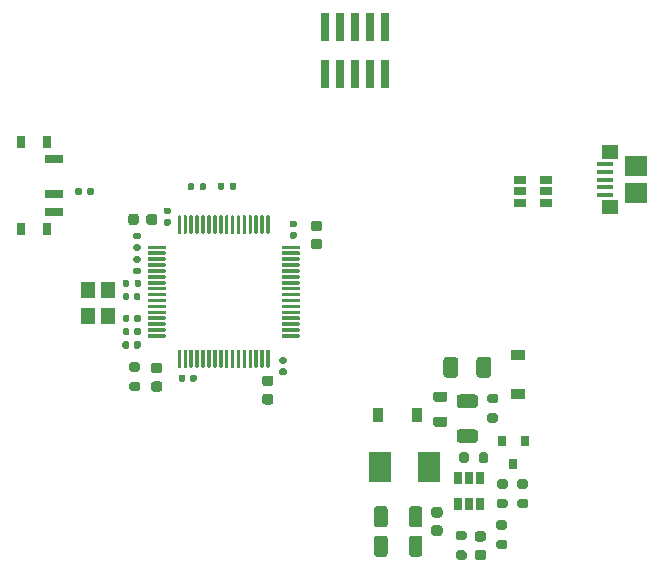
<source format=gbr>
%TF.GenerationSoftware,KiCad,Pcbnew,5.1.10-88a1d61d58~90~ubuntu20.04.1*%
%TF.CreationDate,2021-12-12T00:04:41-03:00*%
%TF.ProjectId,kicadproj,6b696361-6470-4726-9f6a-2e6b69636164,rev?*%
%TF.SameCoordinates,Original*%
%TF.FileFunction,Paste,Top*%
%TF.FilePolarity,Positive*%
%FSLAX46Y46*%
G04 Gerber Fmt 4.6, Leading zero omitted, Abs format (unit mm)*
G04 Created by KiCad (PCBNEW 5.1.10-88a1d61d58~90~ubuntu20.04.1) date 2021-12-12 00:04:41*
%MOMM*%
%LPD*%
G01*
G04 APERTURE LIST*
%ADD10R,0.740000X2.400000*%
%ADD11R,1.200000X0.900000*%
%ADD12R,0.900000X1.200000*%
%ADD13R,1.450000X1.150000*%
%ADD14R,1.900000X1.750000*%
%ADD15R,1.400000X0.400000*%
%ADD16R,1.900000X2.500000*%
%ADD17R,0.800000X0.900000*%
%ADD18R,1.500000X0.700000*%
%ADD19R,0.800000X1.000000*%
%ADD20R,0.650000X1.060000*%
%ADD21R,1.060000X0.650000*%
%ADD22R,1.200000X1.400000*%
G04 APERTURE END LIST*
D10*
%TO.C,J3*%
X162360000Y-97525000D03*
X162360000Y-93625000D03*
X163630000Y-97525000D03*
X163630000Y-93625000D03*
X164900000Y-97525000D03*
X164900000Y-93625000D03*
X166170000Y-97525000D03*
X166170000Y-93625000D03*
X167440000Y-97525000D03*
X167440000Y-93625000D03*
%TD*%
%TO.C,C1*%
G36*
G01*
X148127020Y-109633460D02*
X148127020Y-110133460D01*
G75*
G02*
X147902020Y-110358460I-225000J0D01*
G01*
X147452020Y-110358460D01*
G75*
G02*
X147227020Y-110133460I0J225000D01*
G01*
X147227020Y-109633460D01*
G75*
G02*
X147452020Y-109408460I225000J0D01*
G01*
X147902020Y-109408460D01*
G75*
G02*
X148127020Y-109633460I0J-225000D01*
G01*
G37*
G36*
G01*
X146577020Y-109633460D02*
X146577020Y-110133460D01*
G75*
G02*
X146352020Y-110358460I-225000J0D01*
G01*
X145902020Y-110358460D01*
G75*
G02*
X145677020Y-110133460I0J225000D01*
G01*
X145677020Y-109633460D01*
G75*
G02*
X145902020Y-109408460I225000J0D01*
G01*
X146352020Y-109408460D01*
G75*
G02*
X146577020Y-109633460I0J-225000D01*
G01*
G37*
%TD*%
%TO.C,C2*%
G36*
G01*
X157250000Y-124650000D02*
X157750000Y-124650000D01*
G75*
G02*
X157975000Y-124875000I0J-225000D01*
G01*
X157975000Y-125325000D01*
G75*
G02*
X157750000Y-125550000I-225000J0D01*
G01*
X157250000Y-125550000D01*
G75*
G02*
X157025000Y-125325000I0J225000D01*
G01*
X157025000Y-124875000D01*
G75*
G02*
X157250000Y-124650000I225000J0D01*
G01*
G37*
G36*
G01*
X157250000Y-123100000D02*
X157750000Y-123100000D01*
G75*
G02*
X157975000Y-123325000I0J-225000D01*
G01*
X157975000Y-123775000D01*
G75*
G02*
X157750000Y-124000000I-225000J0D01*
G01*
X157250000Y-124000000D01*
G75*
G02*
X157025000Y-123775000I0J225000D01*
G01*
X157025000Y-123325000D01*
G75*
G02*
X157250000Y-123100000I225000J0D01*
G01*
G37*
%TD*%
%TO.C,C3*%
G36*
G01*
X149172600Y-110394540D02*
X148832600Y-110394540D01*
G75*
G02*
X148692600Y-110254540I0J140000D01*
G01*
X148692600Y-109974540D01*
G75*
G02*
X148832600Y-109834540I140000J0D01*
G01*
X149172600Y-109834540D01*
G75*
G02*
X149312600Y-109974540I0J-140000D01*
G01*
X149312600Y-110254540D01*
G75*
G02*
X149172600Y-110394540I-140000J0D01*
G01*
G37*
G36*
G01*
X149172600Y-109434540D02*
X148832600Y-109434540D01*
G75*
G02*
X148692600Y-109294540I0J140000D01*
G01*
X148692600Y-109014540D01*
G75*
G02*
X148832600Y-108874540I140000J0D01*
G01*
X149172600Y-108874540D01*
G75*
G02*
X149312600Y-109014540I0J-140000D01*
G01*
X149312600Y-109294540D01*
G75*
G02*
X149172600Y-109434540I-140000J0D01*
G01*
G37*
%TD*%
%TO.C,C4*%
G36*
G01*
X161875000Y-112425000D02*
X161375000Y-112425000D01*
G75*
G02*
X161150000Y-112200000I0J225000D01*
G01*
X161150000Y-111750000D01*
G75*
G02*
X161375000Y-111525000I225000J0D01*
G01*
X161875000Y-111525000D01*
G75*
G02*
X162100000Y-111750000I0J-225000D01*
G01*
X162100000Y-112200000D01*
G75*
G02*
X161875000Y-112425000I-225000J0D01*
G01*
G37*
G36*
G01*
X161875000Y-110875000D02*
X161375000Y-110875000D01*
G75*
G02*
X161150000Y-110650000I0J225000D01*
G01*
X161150000Y-110200000D01*
G75*
G02*
X161375000Y-109975000I225000J0D01*
G01*
X161875000Y-109975000D01*
G75*
G02*
X162100000Y-110200000I0J-225000D01*
G01*
X162100000Y-110650000D01*
G75*
G02*
X161875000Y-110875000I-225000J0D01*
G01*
G37*
%TD*%
%TO.C,C5*%
G36*
G01*
X150525000Y-123155000D02*
X150525000Y-123495000D01*
G75*
G02*
X150385000Y-123635000I-140000J0D01*
G01*
X150105000Y-123635000D01*
G75*
G02*
X149965000Y-123495000I0J140000D01*
G01*
X149965000Y-123155000D01*
G75*
G02*
X150105000Y-123015000I140000J0D01*
G01*
X150385000Y-123015000D01*
G75*
G02*
X150525000Y-123155000I0J-140000D01*
G01*
G37*
G36*
G01*
X151485000Y-123155000D02*
X151485000Y-123495000D01*
G75*
G02*
X151345000Y-123635000I-140000J0D01*
G01*
X151065000Y-123635000D01*
G75*
G02*
X150925000Y-123495000I0J140000D01*
G01*
X150925000Y-123155000D01*
G75*
G02*
X151065000Y-123015000I140000J0D01*
G01*
X151345000Y-123015000D01*
G75*
G02*
X151485000Y-123155000I0J-140000D01*
G01*
G37*
%TD*%
%TO.C,C6*%
G36*
G01*
X146607200Y-112533220D02*
X146267200Y-112533220D01*
G75*
G02*
X146127200Y-112393220I0J140000D01*
G01*
X146127200Y-112113220D01*
G75*
G02*
X146267200Y-111973220I140000J0D01*
G01*
X146607200Y-111973220D01*
G75*
G02*
X146747200Y-112113220I0J-140000D01*
G01*
X146747200Y-112393220D01*
G75*
G02*
X146607200Y-112533220I-140000J0D01*
G01*
G37*
G36*
G01*
X146607200Y-111573220D02*
X146267200Y-111573220D01*
G75*
G02*
X146127200Y-111433220I0J140000D01*
G01*
X146127200Y-111153220D01*
G75*
G02*
X146267200Y-111013220I140000J0D01*
G01*
X146607200Y-111013220D01*
G75*
G02*
X146747200Y-111153220I0J-140000D01*
G01*
X146747200Y-111433220D01*
G75*
G02*
X146607200Y-111573220I-140000J0D01*
G01*
G37*
%TD*%
%TO.C,C7*%
G36*
G01*
X175050001Y-128800000D02*
X173749999Y-128800000D01*
G75*
G02*
X173500000Y-128550001I0J249999D01*
G01*
X173500000Y-127899999D01*
G75*
G02*
X173749999Y-127650000I249999J0D01*
G01*
X175050001Y-127650000D01*
G75*
G02*
X175300000Y-127899999I0J-249999D01*
G01*
X175300000Y-128550001D01*
G75*
G02*
X175050001Y-128800000I-249999J0D01*
G01*
G37*
G36*
G01*
X175050001Y-125850000D02*
X173749999Y-125850000D01*
G75*
G02*
X173500000Y-125600001I0J249999D01*
G01*
X173500000Y-124949999D01*
G75*
G02*
X173749999Y-124700000I249999J0D01*
G01*
X175050001Y-124700000D01*
G75*
G02*
X175300000Y-124949999I0J-249999D01*
G01*
X175300000Y-125600001D01*
G75*
G02*
X175050001Y-125850000I-249999J0D01*
G01*
G37*
%TD*%
%TO.C,C8*%
G36*
G01*
X158630000Y-122500000D02*
X158970000Y-122500000D01*
G75*
G02*
X159110000Y-122640000I0J-140000D01*
G01*
X159110000Y-122920000D01*
G75*
G02*
X158970000Y-123060000I-140000J0D01*
G01*
X158630000Y-123060000D01*
G75*
G02*
X158490000Y-122920000I0J140000D01*
G01*
X158490000Y-122640000D01*
G75*
G02*
X158630000Y-122500000I140000J0D01*
G01*
G37*
G36*
G01*
X158630000Y-121540000D02*
X158970000Y-121540000D01*
G75*
G02*
X159110000Y-121680000I0J-140000D01*
G01*
X159110000Y-121960000D01*
G75*
G02*
X158970000Y-122100000I-140000J0D01*
G01*
X158630000Y-122100000D01*
G75*
G02*
X158490000Y-121960000I0J140000D01*
G01*
X158490000Y-121680000D01*
G75*
G02*
X158630000Y-121540000I140000J0D01*
G01*
G37*
%TD*%
%TO.C,C9*%
G36*
G01*
X159830440Y-111509600D02*
X159490440Y-111509600D01*
G75*
G02*
X159350440Y-111369600I0J140000D01*
G01*
X159350440Y-111089600D01*
G75*
G02*
X159490440Y-110949600I140000J0D01*
G01*
X159830440Y-110949600D01*
G75*
G02*
X159970440Y-111089600I0J-140000D01*
G01*
X159970440Y-111369600D01*
G75*
G02*
X159830440Y-111509600I-140000J0D01*
G01*
G37*
G36*
G01*
X159830440Y-110549600D02*
X159490440Y-110549600D01*
G75*
G02*
X159350440Y-110409600I0J140000D01*
G01*
X159350440Y-110129600D01*
G75*
G02*
X159490440Y-109989600I140000J0D01*
G01*
X159830440Y-109989600D01*
G75*
G02*
X159970440Y-110129600I0J-140000D01*
G01*
X159970440Y-110409600D01*
G75*
G02*
X159830440Y-110549600I-140000J0D01*
G01*
G37*
%TD*%
%TO.C,C10*%
G36*
G01*
X146755240Y-119207980D02*
X146755240Y-119547980D01*
G75*
G02*
X146615240Y-119687980I-140000J0D01*
G01*
X146335240Y-119687980D01*
G75*
G02*
X146195240Y-119547980I0J140000D01*
G01*
X146195240Y-119207980D01*
G75*
G02*
X146335240Y-119067980I140000J0D01*
G01*
X146615240Y-119067980D01*
G75*
G02*
X146755240Y-119207980I0J-140000D01*
G01*
G37*
G36*
G01*
X145795240Y-119207980D02*
X145795240Y-119547980D01*
G75*
G02*
X145655240Y-119687980I-140000J0D01*
G01*
X145375240Y-119687980D01*
G75*
G02*
X145235240Y-119547980I0J140000D01*
G01*
X145235240Y-119207980D01*
G75*
G02*
X145375240Y-119067980I140000J0D01*
G01*
X145655240Y-119067980D01*
G75*
G02*
X145795240Y-119207980I0J-140000D01*
G01*
G37*
%TD*%
%TO.C,C11*%
G36*
G01*
X145795240Y-118072600D02*
X145795240Y-118412600D01*
G75*
G02*
X145655240Y-118552600I-140000J0D01*
G01*
X145375240Y-118552600D01*
G75*
G02*
X145235240Y-118412600I0J140000D01*
G01*
X145235240Y-118072600D01*
G75*
G02*
X145375240Y-117932600I140000J0D01*
G01*
X145655240Y-117932600D01*
G75*
G02*
X145795240Y-118072600I0J-140000D01*
G01*
G37*
G36*
G01*
X146755240Y-118072600D02*
X146755240Y-118412600D01*
G75*
G02*
X146615240Y-118552600I-140000J0D01*
G01*
X146335240Y-118552600D01*
G75*
G02*
X146195240Y-118412600I0J140000D01*
G01*
X146195240Y-118072600D01*
G75*
G02*
X146335240Y-117932600I140000J0D01*
G01*
X146615240Y-117932600D01*
G75*
G02*
X146755240Y-118072600I0J-140000D01*
G01*
G37*
%TD*%
%TO.C,C12*%
G36*
G01*
X171575000Y-135775000D02*
X172075000Y-135775000D01*
G75*
G02*
X172300000Y-136000000I0J-225000D01*
G01*
X172300000Y-136450000D01*
G75*
G02*
X172075000Y-136675000I-225000J0D01*
G01*
X171575000Y-136675000D01*
G75*
G02*
X171350000Y-136450000I0J225000D01*
G01*
X171350000Y-136000000D01*
G75*
G02*
X171575000Y-135775000I225000J0D01*
G01*
G37*
G36*
G01*
X171575000Y-134225000D02*
X172075000Y-134225000D01*
G75*
G02*
X172300000Y-134450000I0J-225000D01*
G01*
X172300000Y-134900000D01*
G75*
G02*
X172075000Y-135125000I-225000J0D01*
G01*
X171575000Y-135125000D01*
G75*
G02*
X171350000Y-134900000I0J225000D01*
G01*
X171350000Y-134450000D01*
G75*
G02*
X171575000Y-134225000I225000J0D01*
G01*
G37*
%TD*%
%TO.C,C13*%
G36*
G01*
X146604660Y-114524580D02*
X146264660Y-114524580D01*
G75*
G02*
X146124660Y-114384580I0J140000D01*
G01*
X146124660Y-114104580D01*
G75*
G02*
X146264660Y-113964580I140000J0D01*
G01*
X146604660Y-113964580D01*
G75*
G02*
X146744660Y-114104580I0J-140000D01*
G01*
X146744660Y-114384580D01*
G75*
G02*
X146604660Y-114524580I-140000J0D01*
G01*
G37*
G36*
G01*
X146604660Y-113564580D02*
X146264660Y-113564580D01*
G75*
G02*
X146124660Y-113424580I0J140000D01*
G01*
X146124660Y-113144580D01*
G75*
G02*
X146264660Y-113004580I140000J0D01*
G01*
X146604660Y-113004580D01*
G75*
G02*
X146744660Y-113144580I0J-140000D01*
G01*
X146744660Y-113424580D01*
G75*
G02*
X146604660Y-113564580I-140000J0D01*
G01*
G37*
%TD*%
%TO.C,C14*%
G36*
G01*
X166500000Y-135700001D02*
X166500000Y-134399999D01*
G75*
G02*
X166749999Y-134150000I249999J0D01*
G01*
X167400001Y-134150000D01*
G75*
G02*
X167650000Y-134399999I0J-249999D01*
G01*
X167650000Y-135700001D01*
G75*
G02*
X167400001Y-135950000I-249999J0D01*
G01*
X166749999Y-135950000D01*
G75*
G02*
X166500000Y-135700001I0J249999D01*
G01*
G37*
G36*
G01*
X169450000Y-135700001D02*
X169450000Y-134399999D01*
G75*
G02*
X169699999Y-134150000I249999J0D01*
G01*
X170350001Y-134150000D01*
G75*
G02*
X170600000Y-134399999I0J-249999D01*
G01*
X170600000Y-135700001D01*
G75*
G02*
X170350001Y-135950000I-249999J0D01*
G01*
X169699999Y-135950000D01*
G75*
G02*
X169450000Y-135700001I0J249999D01*
G01*
G37*
%TD*%
%TO.C,C15*%
G36*
G01*
X146167300Y-116576180D02*
X146167300Y-116236180D01*
G75*
G02*
X146307300Y-116096180I140000J0D01*
G01*
X146587300Y-116096180D01*
G75*
G02*
X146727300Y-116236180I0J-140000D01*
G01*
X146727300Y-116576180D01*
G75*
G02*
X146587300Y-116716180I-140000J0D01*
G01*
X146307300Y-116716180D01*
G75*
G02*
X146167300Y-116576180I0J140000D01*
G01*
G37*
G36*
G01*
X145207300Y-116576180D02*
X145207300Y-116236180D01*
G75*
G02*
X145347300Y-116096180I140000J0D01*
G01*
X145627300Y-116096180D01*
G75*
G02*
X145767300Y-116236180I0J-140000D01*
G01*
X145767300Y-116576180D01*
G75*
G02*
X145627300Y-116716180I-140000J0D01*
G01*
X145347300Y-116716180D01*
G75*
G02*
X145207300Y-116576180I0J140000D01*
G01*
G37*
%TD*%
%TO.C,C16*%
G36*
G01*
X169450000Y-138200001D02*
X169450000Y-136899999D01*
G75*
G02*
X169699999Y-136650000I249999J0D01*
G01*
X170350001Y-136650000D01*
G75*
G02*
X170600000Y-136899999I0J-249999D01*
G01*
X170600000Y-138200001D01*
G75*
G02*
X170350001Y-138450000I-249999J0D01*
G01*
X169699999Y-138450000D01*
G75*
G02*
X169450000Y-138200001I0J249999D01*
G01*
G37*
G36*
G01*
X166500000Y-138200001D02*
X166500000Y-136899999D01*
G75*
G02*
X166749999Y-136650000I249999J0D01*
G01*
X167400001Y-136650000D01*
G75*
G02*
X167650000Y-136899999I0J-249999D01*
G01*
X167650000Y-138200001D01*
G75*
G02*
X167400001Y-138450000I-249999J0D01*
G01*
X166749999Y-138450000D01*
G75*
G02*
X166500000Y-138200001I0J249999D01*
G01*
G37*
%TD*%
D11*
%TO.C,D1*%
X178650000Y-124650000D03*
X178650000Y-121350000D03*
%TD*%
D12*
%TO.C,D2*%
X170150000Y-126450000D03*
X166850000Y-126450000D03*
%TD*%
%TO.C,D3*%
G36*
G01*
X148349530Y-124473940D02*
X147837030Y-124473940D01*
G75*
G02*
X147618280Y-124255190I0J218750D01*
G01*
X147618280Y-123817690D01*
G75*
G02*
X147837030Y-123598940I218750J0D01*
G01*
X148349530Y-123598940D01*
G75*
G02*
X148568280Y-123817690I0J-218750D01*
G01*
X148568280Y-124255190D01*
G75*
G02*
X148349530Y-124473940I-218750J0D01*
G01*
G37*
G36*
G01*
X148349530Y-122898940D02*
X147837030Y-122898940D01*
G75*
G02*
X147618280Y-122680190I0J218750D01*
G01*
X147618280Y-122242690D01*
G75*
G02*
X147837030Y-122023940I218750J0D01*
G01*
X148349530Y-122023940D01*
G75*
G02*
X148568280Y-122242690I0J-218750D01*
G01*
X148568280Y-122680190D01*
G75*
G02*
X148349530Y-122898940I-218750J0D01*
G01*
G37*
%TD*%
%TO.C,D4*%
G36*
G01*
X175243750Y-137850000D02*
X175756250Y-137850000D01*
G75*
G02*
X175975000Y-138068750I0J-218750D01*
G01*
X175975000Y-138506250D01*
G75*
G02*
X175756250Y-138725000I-218750J0D01*
G01*
X175243750Y-138725000D01*
G75*
G02*
X175025000Y-138506250I0J218750D01*
G01*
X175025000Y-138068750D01*
G75*
G02*
X175243750Y-137850000I218750J0D01*
G01*
G37*
G36*
G01*
X175243750Y-136275000D02*
X175756250Y-136275000D01*
G75*
G02*
X175975000Y-136493750I0J-218750D01*
G01*
X175975000Y-136931250D01*
G75*
G02*
X175756250Y-137150000I-218750J0D01*
G01*
X175243750Y-137150000D01*
G75*
G02*
X175025000Y-136931250I0J218750D01*
G01*
X175025000Y-136493750D01*
G75*
G02*
X175243750Y-136275000I218750J0D01*
G01*
G37*
%TD*%
%TO.C,F1*%
G36*
G01*
X172375000Y-123025000D02*
X172375000Y-121775000D01*
G75*
G02*
X172625000Y-121525000I250000J0D01*
G01*
X173375000Y-121525000D01*
G75*
G02*
X173625000Y-121775000I0J-250000D01*
G01*
X173625000Y-123025000D01*
G75*
G02*
X173375000Y-123275000I-250000J0D01*
G01*
X172625000Y-123275000D01*
G75*
G02*
X172375000Y-123025000I0J250000D01*
G01*
G37*
G36*
G01*
X175175000Y-123025000D02*
X175175000Y-121775000D01*
G75*
G02*
X175425000Y-121525000I250000J0D01*
G01*
X176175000Y-121525000D01*
G75*
G02*
X176425000Y-121775000I0J-250000D01*
G01*
X176425000Y-123025000D01*
G75*
G02*
X176175000Y-123275000I-250000J0D01*
G01*
X175425000Y-123275000D01*
G75*
G02*
X175175000Y-123025000I0J250000D01*
G01*
G37*
%TD*%
%TO.C,FB1*%
G36*
G01*
X172481250Y-125325000D02*
X171718750Y-125325000D01*
G75*
G02*
X171500000Y-125106250I0J218750D01*
G01*
X171500000Y-124668750D01*
G75*
G02*
X171718750Y-124450000I218750J0D01*
G01*
X172481250Y-124450000D01*
G75*
G02*
X172700000Y-124668750I0J-218750D01*
G01*
X172700000Y-125106250D01*
G75*
G02*
X172481250Y-125325000I-218750J0D01*
G01*
G37*
G36*
G01*
X172481250Y-127450000D02*
X171718750Y-127450000D01*
G75*
G02*
X171500000Y-127231250I0J218750D01*
G01*
X171500000Y-126793750D01*
G75*
G02*
X171718750Y-126575000I218750J0D01*
G01*
X172481250Y-126575000D01*
G75*
G02*
X172700000Y-126793750I0J-218750D01*
G01*
X172700000Y-127231250D01*
G75*
G02*
X172481250Y-127450000I-218750J0D01*
G01*
G37*
%TD*%
D13*
%TO.C,J5*%
X186470000Y-108820000D03*
X186470000Y-104180000D03*
D14*
X188700000Y-107625000D03*
D15*
X186050000Y-106500000D03*
X186050000Y-105850000D03*
X186050000Y-105200000D03*
X186050000Y-107800000D03*
X186050000Y-107150000D03*
D14*
X188700000Y-105375000D03*
%TD*%
%TO.C,L1*%
G36*
G01*
X146760000Y-120328160D02*
X146760000Y-120673160D01*
G75*
G02*
X146612500Y-120820660I-147500J0D01*
G01*
X146317500Y-120820660D01*
G75*
G02*
X146170000Y-120673160I0J147500D01*
G01*
X146170000Y-120328160D01*
G75*
G02*
X146317500Y-120180660I147500J0D01*
G01*
X146612500Y-120180660D01*
G75*
G02*
X146760000Y-120328160I0J-147500D01*
G01*
G37*
G36*
G01*
X145790000Y-120328160D02*
X145790000Y-120673160D01*
G75*
G02*
X145642500Y-120820660I-147500J0D01*
G01*
X145347500Y-120820660D01*
G75*
G02*
X145200000Y-120673160I0J147500D01*
G01*
X145200000Y-120328160D01*
G75*
G02*
X145347500Y-120180660I147500J0D01*
G01*
X145642500Y-120180660D01*
G75*
G02*
X145790000Y-120328160I0J-147500D01*
G01*
G37*
%TD*%
D16*
%TO.C,L2*%
X171141100Y-130800000D03*
X167041100Y-130800000D03*
%TD*%
D17*
%TO.C,Q1*%
X179250000Y-128600000D03*
X177350000Y-128600000D03*
X178300000Y-130600000D03*
%TD*%
%TO.C,R1*%
G36*
G01*
X174525000Y-129775000D02*
X174525000Y-130325000D01*
G75*
G02*
X174325000Y-130525000I-200000J0D01*
G01*
X173925000Y-130525000D01*
G75*
G02*
X173725000Y-130325000I0J200000D01*
G01*
X173725000Y-129775000D01*
G75*
G02*
X173925000Y-129575000I200000J0D01*
G01*
X174325000Y-129575000D01*
G75*
G02*
X174525000Y-129775000I0J-200000D01*
G01*
G37*
G36*
G01*
X176175000Y-129775000D02*
X176175000Y-130325000D01*
G75*
G02*
X175975000Y-130525000I-200000J0D01*
G01*
X175575000Y-130525000D01*
G75*
G02*
X175375000Y-130325000I0J200000D01*
G01*
X175375000Y-129775000D01*
G75*
G02*
X175575000Y-129575000I200000J0D01*
G01*
X175975000Y-129575000D01*
G75*
G02*
X176175000Y-129775000I0J-200000D01*
G01*
G37*
%TD*%
%TO.C,R2*%
G36*
G01*
X176275000Y-124625000D02*
X176825000Y-124625000D01*
G75*
G02*
X177025000Y-124825000I0J-200000D01*
G01*
X177025000Y-125225000D01*
G75*
G02*
X176825000Y-125425000I-200000J0D01*
G01*
X176275000Y-125425000D01*
G75*
G02*
X176075000Y-125225000I0J200000D01*
G01*
X176075000Y-124825000D01*
G75*
G02*
X176275000Y-124625000I200000J0D01*
G01*
G37*
G36*
G01*
X176275000Y-126275000D02*
X176825000Y-126275000D01*
G75*
G02*
X177025000Y-126475000I0J-200000D01*
G01*
X177025000Y-126875000D01*
G75*
G02*
X176825000Y-127075000I-200000J0D01*
G01*
X176275000Y-127075000D01*
G75*
G02*
X176075000Y-126875000I0J200000D01*
G01*
X176075000Y-126475000D01*
G75*
G02*
X176275000Y-126275000I200000J0D01*
G01*
G37*
%TD*%
%TO.C,R3*%
G36*
G01*
X151260000Y-106915000D02*
X151260000Y-107285000D01*
G75*
G02*
X151125000Y-107420000I-135000J0D01*
G01*
X150855000Y-107420000D01*
G75*
G02*
X150720000Y-107285000I0J135000D01*
G01*
X150720000Y-106915000D01*
G75*
G02*
X150855000Y-106780000I135000J0D01*
G01*
X151125000Y-106780000D01*
G75*
G02*
X151260000Y-106915000I0J-135000D01*
G01*
G37*
G36*
G01*
X152280000Y-106915000D02*
X152280000Y-107285000D01*
G75*
G02*
X152145000Y-107420000I-135000J0D01*
G01*
X151875000Y-107420000D01*
G75*
G02*
X151740000Y-107285000I0J135000D01*
G01*
X151740000Y-106915000D01*
G75*
G02*
X151875000Y-106780000I135000J0D01*
G01*
X152145000Y-106780000D01*
G75*
G02*
X152280000Y-106915000I0J-135000D01*
G01*
G37*
%TD*%
%TO.C,R4*%
G36*
G01*
X177025000Y-137000000D02*
X177575000Y-137000000D01*
G75*
G02*
X177775000Y-137200000I0J-200000D01*
G01*
X177775000Y-137600000D01*
G75*
G02*
X177575000Y-137800000I-200000J0D01*
G01*
X177025000Y-137800000D01*
G75*
G02*
X176825000Y-137600000I0J200000D01*
G01*
X176825000Y-137200000D01*
G75*
G02*
X177025000Y-137000000I200000J0D01*
G01*
G37*
G36*
G01*
X177025000Y-135350000D02*
X177575000Y-135350000D01*
G75*
G02*
X177775000Y-135550000I0J-200000D01*
G01*
X177775000Y-135950000D01*
G75*
G02*
X177575000Y-136150000I-200000J0D01*
G01*
X177025000Y-136150000D01*
G75*
G02*
X176825000Y-135950000I0J200000D01*
G01*
X176825000Y-135550000D01*
G75*
G02*
X177025000Y-135350000I200000J0D01*
G01*
G37*
%TD*%
%TO.C,R5*%
G36*
G01*
X177075000Y-131875000D02*
X177625000Y-131875000D01*
G75*
G02*
X177825000Y-132075000I0J-200000D01*
G01*
X177825000Y-132475000D01*
G75*
G02*
X177625000Y-132675000I-200000J0D01*
G01*
X177075000Y-132675000D01*
G75*
G02*
X176875000Y-132475000I0J200000D01*
G01*
X176875000Y-132075000D01*
G75*
G02*
X177075000Y-131875000I200000J0D01*
G01*
G37*
G36*
G01*
X177075000Y-133525000D02*
X177625000Y-133525000D01*
G75*
G02*
X177825000Y-133725000I0J-200000D01*
G01*
X177825000Y-134125000D01*
G75*
G02*
X177625000Y-134325000I-200000J0D01*
G01*
X177075000Y-134325000D01*
G75*
G02*
X176875000Y-134125000I0J200000D01*
G01*
X176875000Y-133725000D01*
G75*
G02*
X177075000Y-133525000I200000J0D01*
G01*
G37*
%TD*%
%TO.C,R6*%
G36*
G01*
X179375000Y-132675000D02*
X178825000Y-132675000D01*
G75*
G02*
X178625000Y-132475000I0J200000D01*
G01*
X178625000Y-132075000D01*
G75*
G02*
X178825000Y-131875000I200000J0D01*
G01*
X179375000Y-131875000D01*
G75*
G02*
X179575000Y-132075000I0J-200000D01*
G01*
X179575000Y-132475000D01*
G75*
G02*
X179375000Y-132675000I-200000J0D01*
G01*
G37*
G36*
G01*
X179375000Y-134325000D02*
X178825000Y-134325000D01*
G75*
G02*
X178625000Y-134125000I0J200000D01*
G01*
X178625000Y-133725000D01*
G75*
G02*
X178825000Y-133525000I200000J0D01*
G01*
X179375000Y-133525000D01*
G75*
G02*
X179575000Y-133725000I0J-200000D01*
G01*
X179575000Y-134125000D01*
G75*
G02*
X179375000Y-134325000I-200000J0D01*
G01*
G37*
%TD*%
%TO.C,R7*%
G36*
G01*
X141220000Y-107685000D02*
X141220000Y-107315000D01*
G75*
G02*
X141355000Y-107180000I135000J0D01*
G01*
X141625000Y-107180000D01*
G75*
G02*
X141760000Y-107315000I0J-135000D01*
G01*
X141760000Y-107685000D01*
G75*
G02*
X141625000Y-107820000I-135000J0D01*
G01*
X141355000Y-107820000D01*
G75*
G02*
X141220000Y-107685000I0J135000D01*
G01*
G37*
G36*
G01*
X142240000Y-107685000D02*
X142240000Y-107315000D01*
G75*
G02*
X142375000Y-107180000I135000J0D01*
G01*
X142645000Y-107180000D01*
G75*
G02*
X142780000Y-107315000I0J-135000D01*
G01*
X142780000Y-107685000D01*
G75*
G02*
X142645000Y-107820000I-135000J0D01*
G01*
X142375000Y-107820000D01*
G75*
G02*
X142240000Y-107685000I0J135000D01*
G01*
G37*
%TD*%
%TO.C,R8*%
G36*
G01*
X153270000Y-107260000D02*
X153270000Y-106890000D01*
G75*
G02*
X153405000Y-106755000I135000J0D01*
G01*
X153675000Y-106755000D01*
G75*
G02*
X153810000Y-106890000I0J-135000D01*
G01*
X153810000Y-107260000D01*
G75*
G02*
X153675000Y-107395000I-135000J0D01*
G01*
X153405000Y-107395000D01*
G75*
G02*
X153270000Y-107260000I0J135000D01*
G01*
G37*
G36*
G01*
X154290000Y-107260000D02*
X154290000Y-106890000D01*
G75*
G02*
X154425000Y-106755000I135000J0D01*
G01*
X154695000Y-106755000D01*
G75*
G02*
X154830000Y-106890000I0J-135000D01*
G01*
X154830000Y-107260000D01*
G75*
G02*
X154695000Y-107395000I-135000J0D01*
G01*
X154425000Y-107395000D01*
G75*
G02*
X154290000Y-107260000I0J135000D01*
G01*
G37*
%TD*%
%TO.C,R9*%
G36*
G01*
X145964080Y-121988380D02*
X146514080Y-121988380D01*
G75*
G02*
X146714080Y-122188380I0J-200000D01*
G01*
X146714080Y-122588380D01*
G75*
G02*
X146514080Y-122788380I-200000J0D01*
G01*
X145964080Y-122788380D01*
G75*
G02*
X145764080Y-122588380I0J200000D01*
G01*
X145764080Y-122188380D01*
G75*
G02*
X145964080Y-121988380I200000J0D01*
G01*
G37*
G36*
G01*
X145964080Y-123638380D02*
X146514080Y-123638380D01*
G75*
G02*
X146714080Y-123838380I0J-200000D01*
G01*
X146714080Y-124238380D01*
G75*
G02*
X146514080Y-124438380I-200000J0D01*
G01*
X145964080Y-124438380D01*
G75*
G02*
X145764080Y-124238380I0J200000D01*
G01*
X145764080Y-123838380D01*
G75*
G02*
X145964080Y-123638380I200000J0D01*
G01*
G37*
%TD*%
%TO.C,R10*%
G36*
G01*
X146237780Y-115483740D02*
X146237780Y-115113740D01*
G75*
G02*
X146372780Y-114978740I135000J0D01*
G01*
X146642780Y-114978740D01*
G75*
G02*
X146777780Y-115113740I0J-135000D01*
G01*
X146777780Y-115483740D01*
G75*
G02*
X146642780Y-115618740I-135000J0D01*
G01*
X146372780Y-115618740D01*
G75*
G02*
X146237780Y-115483740I0J135000D01*
G01*
G37*
G36*
G01*
X145217780Y-115483740D02*
X145217780Y-115113740D01*
G75*
G02*
X145352780Y-114978740I135000J0D01*
G01*
X145622780Y-114978740D01*
G75*
G02*
X145757780Y-115113740I0J-135000D01*
G01*
X145757780Y-115483740D01*
G75*
G02*
X145622780Y-115618740I-135000J0D01*
G01*
X145352780Y-115618740D01*
G75*
G02*
X145217780Y-115483740I0J135000D01*
G01*
G37*
%TD*%
%TO.C,R11*%
G36*
G01*
X174150000Y-138700000D02*
X173600000Y-138700000D01*
G75*
G02*
X173400000Y-138500000I0J200000D01*
G01*
X173400000Y-138100000D01*
G75*
G02*
X173600000Y-137900000I200000J0D01*
G01*
X174150000Y-137900000D01*
G75*
G02*
X174350000Y-138100000I0J-200000D01*
G01*
X174350000Y-138500000D01*
G75*
G02*
X174150000Y-138700000I-200000J0D01*
G01*
G37*
G36*
G01*
X174150000Y-137050000D02*
X173600000Y-137050000D01*
G75*
G02*
X173400000Y-136850000I0J200000D01*
G01*
X173400000Y-136450000D01*
G75*
G02*
X173600000Y-136250000I200000J0D01*
G01*
X174150000Y-136250000D01*
G75*
G02*
X174350000Y-136450000I0J-200000D01*
G01*
X174350000Y-136850000D01*
G75*
G02*
X174150000Y-137050000I-200000J0D01*
G01*
G37*
%TD*%
D18*
%TO.C,SW1*%
X139430000Y-104750000D03*
X139430000Y-107750000D03*
X139430000Y-109250000D03*
D19*
X136570000Y-103350000D03*
X136570000Y-110650000D03*
X138780000Y-110650000D03*
X138780000Y-103350000D03*
%TD*%
%TO.C,U1*%
G36*
G01*
X147322720Y-112319700D02*
X147322720Y-112169700D01*
G75*
G02*
X147397720Y-112094700I75000J0D01*
G01*
X148797720Y-112094700D01*
G75*
G02*
X148872720Y-112169700I0J-75000D01*
G01*
X148872720Y-112319700D01*
G75*
G02*
X148797720Y-112394700I-75000J0D01*
G01*
X147397720Y-112394700D01*
G75*
G02*
X147322720Y-112319700I0J75000D01*
G01*
G37*
G36*
G01*
X147322720Y-112819700D02*
X147322720Y-112669700D01*
G75*
G02*
X147397720Y-112594700I75000J0D01*
G01*
X148797720Y-112594700D01*
G75*
G02*
X148872720Y-112669700I0J-75000D01*
G01*
X148872720Y-112819700D01*
G75*
G02*
X148797720Y-112894700I-75000J0D01*
G01*
X147397720Y-112894700D01*
G75*
G02*
X147322720Y-112819700I0J75000D01*
G01*
G37*
G36*
G01*
X147322720Y-113319700D02*
X147322720Y-113169700D01*
G75*
G02*
X147397720Y-113094700I75000J0D01*
G01*
X148797720Y-113094700D01*
G75*
G02*
X148872720Y-113169700I0J-75000D01*
G01*
X148872720Y-113319700D01*
G75*
G02*
X148797720Y-113394700I-75000J0D01*
G01*
X147397720Y-113394700D01*
G75*
G02*
X147322720Y-113319700I0J75000D01*
G01*
G37*
G36*
G01*
X147322720Y-113819700D02*
X147322720Y-113669700D01*
G75*
G02*
X147397720Y-113594700I75000J0D01*
G01*
X148797720Y-113594700D01*
G75*
G02*
X148872720Y-113669700I0J-75000D01*
G01*
X148872720Y-113819700D01*
G75*
G02*
X148797720Y-113894700I-75000J0D01*
G01*
X147397720Y-113894700D01*
G75*
G02*
X147322720Y-113819700I0J75000D01*
G01*
G37*
G36*
G01*
X147322720Y-114319700D02*
X147322720Y-114169700D01*
G75*
G02*
X147397720Y-114094700I75000J0D01*
G01*
X148797720Y-114094700D01*
G75*
G02*
X148872720Y-114169700I0J-75000D01*
G01*
X148872720Y-114319700D01*
G75*
G02*
X148797720Y-114394700I-75000J0D01*
G01*
X147397720Y-114394700D01*
G75*
G02*
X147322720Y-114319700I0J75000D01*
G01*
G37*
G36*
G01*
X147322720Y-114819700D02*
X147322720Y-114669700D01*
G75*
G02*
X147397720Y-114594700I75000J0D01*
G01*
X148797720Y-114594700D01*
G75*
G02*
X148872720Y-114669700I0J-75000D01*
G01*
X148872720Y-114819700D01*
G75*
G02*
X148797720Y-114894700I-75000J0D01*
G01*
X147397720Y-114894700D01*
G75*
G02*
X147322720Y-114819700I0J75000D01*
G01*
G37*
G36*
G01*
X147322720Y-115319700D02*
X147322720Y-115169700D01*
G75*
G02*
X147397720Y-115094700I75000J0D01*
G01*
X148797720Y-115094700D01*
G75*
G02*
X148872720Y-115169700I0J-75000D01*
G01*
X148872720Y-115319700D01*
G75*
G02*
X148797720Y-115394700I-75000J0D01*
G01*
X147397720Y-115394700D01*
G75*
G02*
X147322720Y-115319700I0J75000D01*
G01*
G37*
G36*
G01*
X147322720Y-115819700D02*
X147322720Y-115669700D01*
G75*
G02*
X147397720Y-115594700I75000J0D01*
G01*
X148797720Y-115594700D01*
G75*
G02*
X148872720Y-115669700I0J-75000D01*
G01*
X148872720Y-115819700D01*
G75*
G02*
X148797720Y-115894700I-75000J0D01*
G01*
X147397720Y-115894700D01*
G75*
G02*
X147322720Y-115819700I0J75000D01*
G01*
G37*
G36*
G01*
X147322720Y-116319700D02*
X147322720Y-116169700D01*
G75*
G02*
X147397720Y-116094700I75000J0D01*
G01*
X148797720Y-116094700D01*
G75*
G02*
X148872720Y-116169700I0J-75000D01*
G01*
X148872720Y-116319700D01*
G75*
G02*
X148797720Y-116394700I-75000J0D01*
G01*
X147397720Y-116394700D01*
G75*
G02*
X147322720Y-116319700I0J75000D01*
G01*
G37*
G36*
G01*
X147322720Y-116819700D02*
X147322720Y-116669700D01*
G75*
G02*
X147397720Y-116594700I75000J0D01*
G01*
X148797720Y-116594700D01*
G75*
G02*
X148872720Y-116669700I0J-75000D01*
G01*
X148872720Y-116819700D01*
G75*
G02*
X148797720Y-116894700I-75000J0D01*
G01*
X147397720Y-116894700D01*
G75*
G02*
X147322720Y-116819700I0J75000D01*
G01*
G37*
G36*
G01*
X147322720Y-117319700D02*
X147322720Y-117169700D01*
G75*
G02*
X147397720Y-117094700I75000J0D01*
G01*
X148797720Y-117094700D01*
G75*
G02*
X148872720Y-117169700I0J-75000D01*
G01*
X148872720Y-117319700D01*
G75*
G02*
X148797720Y-117394700I-75000J0D01*
G01*
X147397720Y-117394700D01*
G75*
G02*
X147322720Y-117319700I0J75000D01*
G01*
G37*
G36*
G01*
X147322720Y-117819700D02*
X147322720Y-117669700D01*
G75*
G02*
X147397720Y-117594700I75000J0D01*
G01*
X148797720Y-117594700D01*
G75*
G02*
X148872720Y-117669700I0J-75000D01*
G01*
X148872720Y-117819700D01*
G75*
G02*
X148797720Y-117894700I-75000J0D01*
G01*
X147397720Y-117894700D01*
G75*
G02*
X147322720Y-117819700I0J75000D01*
G01*
G37*
G36*
G01*
X147322720Y-118319700D02*
X147322720Y-118169700D01*
G75*
G02*
X147397720Y-118094700I75000J0D01*
G01*
X148797720Y-118094700D01*
G75*
G02*
X148872720Y-118169700I0J-75000D01*
G01*
X148872720Y-118319700D01*
G75*
G02*
X148797720Y-118394700I-75000J0D01*
G01*
X147397720Y-118394700D01*
G75*
G02*
X147322720Y-118319700I0J75000D01*
G01*
G37*
G36*
G01*
X147322720Y-118819700D02*
X147322720Y-118669700D01*
G75*
G02*
X147397720Y-118594700I75000J0D01*
G01*
X148797720Y-118594700D01*
G75*
G02*
X148872720Y-118669700I0J-75000D01*
G01*
X148872720Y-118819700D01*
G75*
G02*
X148797720Y-118894700I-75000J0D01*
G01*
X147397720Y-118894700D01*
G75*
G02*
X147322720Y-118819700I0J75000D01*
G01*
G37*
G36*
G01*
X147322720Y-119319700D02*
X147322720Y-119169700D01*
G75*
G02*
X147397720Y-119094700I75000J0D01*
G01*
X148797720Y-119094700D01*
G75*
G02*
X148872720Y-119169700I0J-75000D01*
G01*
X148872720Y-119319700D01*
G75*
G02*
X148797720Y-119394700I-75000J0D01*
G01*
X147397720Y-119394700D01*
G75*
G02*
X147322720Y-119319700I0J75000D01*
G01*
G37*
G36*
G01*
X147322720Y-119819700D02*
X147322720Y-119669700D01*
G75*
G02*
X147397720Y-119594700I75000J0D01*
G01*
X148797720Y-119594700D01*
G75*
G02*
X148872720Y-119669700I0J-75000D01*
G01*
X148872720Y-119819700D01*
G75*
G02*
X148797720Y-119894700I-75000J0D01*
G01*
X147397720Y-119894700D01*
G75*
G02*
X147322720Y-119819700I0J75000D01*
G01*
G37*
G36*
G01*
X149872720Y-122369700D02*
X149872720Y-120969700D01*
G75*
G02*
X149947720Y-120894700I75000J0D01*
G01*
X150097720Y-120894700D01*
G75*
G02*
X150172720Y-120969700I0J-75000D01*
G01*
X150172720Y-122369700D01*
G75*
G02*
X150097720Y-122444700I-75000J0D01*
G01*
X149947720Y-122444700D01*
G75*
G02*
X149872720Y-122369700I0J75000D01*
G01*
G37*
G36*
G01*
X150372720Y-122369700D02*
X150372720Y-120969700D01*
G75*
G02*
X150447720Y-120894700I75000J0D01*
G01*
X150597720Y-120894700D01*
G75*
G02*
X150672720Y-120969700I0J-75000D01*
G01*
X150672720Y-122369700D01*
G75*
G02*
X150597720Y-122444700I-75000J0D01*
G01*
X150447720Y-122444700D01*
G75*
G02*
X150372720Y-122369700I0J75000D01*
G01*
G37*
G36*
G01*
X150872720Y-122369700D02*
X150872720Y-120969700D01*
G75*
G02*
X150947720Y-120894700I75000J0D01*
G01*
X151097720Y-120894700D01*
G75*
G02*
X151172720Y-120969700I0J-75000D01*
G01*
X151172720Y-122369700D01*
G75*
G02*
X151097720Y-122444700I-75000J0D01*
G01*
X150947720Y-122444700D01*
G75*
G02*
X150872720Y-122369700I0J75000D01*
G01*
G37*
G36*
G01*
X151372720Y-122369700D02*
X151372720Y-120969700D01*
G75*
G02*
X151447720Y-120894700I75000J0D01*
G01*
X151597720Y-120894700D01*
G75*
G02*
X151672720Y-120969700I0J-75000D01*
G01*
X151672720Y-122369700D01*
G75*
G02*
X151597720Y-122444700I-75000J0D01*
G01*
X151447720Y-122444700D01*
G75*
G02*
X151372720Y-122369700I0J75000D01*
G01*
G37*
G36*
G01*
X151872720Y-122369700D02*
X151872720Y-120969700D01*
G75*
G02*
X151947720Y-120894700I75000J0D01*
G01*
X152097720Y-120894700D01*
G75*
G02*
X152172720Y-120969700I0J-75000D01*
G01*
X152172720Y-122369700D01*
G75*
G02*
X152097720Y-122444700I-75000J0D01*
G01*
X151947720Y-122444700D01*
G75*
G02*
X151872720Y-122369700I0J75000D01*
G01*
G37*
G36*
G01*
X152372720Y-122369700D02*
X152372720Y-120969700D01*
G75*
G02*
X152447720Y-120894700I75000J0D01*
G01*
X152597720Y-120894700D01*
G75*
G02*
X152672720Y-120969700I0J-75000D01*
G01*
X152672720Y-122369700D01*
G75*
G02*
X152597720Y-122444700I-75000J0D01*
G01*
X152447720Y-122444700D01*
G75*
G02*
X152372720Y-122369700I0J75000D01*
G01*
G37*
G36*
G01*
X152872720Y-122369700D02*
X152872720Y-120969700D01*
G75*
G02*
X152947720Y-120894700I75000J0D01*
G01*
X153097720Y-120894700D01*
G75*
G02*
X153172720Y-120969700I0J-75000D01*
G01*
X153172720Y-122369700D01*
G75*
G02*
X153097720Y-122444700I-75000J0D01*
G01*
X152947720Y-122444700D01*
G75*
G02*
X152872720Y-122369700I0J75000D01*
G01*
G37*
G36*
G01*
X153372720Y-122369700D02*
X153372720Y-120969700D01*
G75*
G02*
X153447720Y-120894700I75000J0D01*
G01*
X153597720Y-120894700D01*
G75*
G02*
X153672720Y-120969700I0J-75000D01*
G01*
X153672720Y-122369700D01*
G75*
G02*
X153597720Y-122444700I-75000J0D01*
G01*
X153447720Y-122444700D01*
G75*
G02*
X153372720Y-122369700I0J75000D01*
G01*
G37*
G36*
G01*
X153872720Y-122369700D02*
X153872720Y-120969700D01*
G75*
G02*
X153947720Y-120894700I75000J0D01*
G01*
X154097720Y-120894700D01*
G75*
G02*
X154172720Y-120969700I0J-75000D01*
G01*
X154172720Y-122369700D01*
G75*
G02*
X154097720Y-122444700I-75000J0D01*
G01*
X153947720Y-122444700D01*
G75*
G02*
X153872720Y-122369700I0J75000D01*
G01*
G37*
G36*
G01*
X154372720Y-122369700D02*
X154372720Y-120969700D01*
G75*
G02*
X154447720Y-120894700I75000J0D01*
G01*
X154597720Y-120894700D01*
G75*
G02*
X154672720Y-120969700I0J-75000D01*
G01*
X154672720Y-122369700D01*
G75*
G02*
X154597720Y-122444700I-75000J0D01*
G01*
X154447720Y-122444700D01*
G75*
G02*
X154372720Y-122369700I0J75000D01*
G01*
G37*
G36*
G01*
X154872720Y-122369700D02*
X154872720Y-120969700D01*
G75*
G02*
X154947720Y-120894700I75000J0D01*
G01*
X155097720Y-120894700D01*
G75*
G02*
X155172720Y-120969700I0J-75000D01*
G01*
X155172720Y-122369700D01*
G75*
G02*
X155097720Y-122444700I-75000J0D01*
G01*
X154947720Y-122444700D01*
G75*
G02*
X154872720Y-122369700I0J75000D01*
G01*
G37*
G36*
G01*
X155372720Y-122369700D02*
X155372720Y-120969700D01*
G75*
G02*
X155447720Y-120894700I75000J0D01*
G01*
X155597720Y-120894700D01*
G75*
G02*
X155672720Y-120969700I0J-75000D01*
G01*
X155672720Y-122369700D01*
G75*
G02*
X155597720Y-122444700I-75000J0D01*
G01*
X155447720Y-122444700D01*
G75*
G02*
X155372720Y-122369700I0J75000D01*
G01*
G37*
G36*
G01*
X155872720Y-122369700D02*
X155872720Y-120969700D01*
G75*
G02*
X155947720Y-120894700I75000J0D01*
G01*
X156097720Y-120894700D01*
G75*
G02*
X156172720Y-120969700I0J-75000D01*
G01*
X156172720Y-122369700D01*
G75*
G02*
X156097720Y-122444700I-75000J0D01*
G01*
X155947720Y-122444700D01*
G75*
G02*
X155872720Y-122369700I0J75000D01*
G01*
G37*
G36*
G01*
X156372720Y-122369700D02*
X156372720Y-120969700D01*
G75*
G02*
X156447720Y-120894700I75000J0D01*
G01*
X156597720Y-120894700D01*
G75*
G02*
X156672720Y-120969700I0J-75000D01*
G01*
X156672720Y-122369700D01*
G75*
G02*
X156597720Y-122444700I-75000J0D01*
G01*
X156447720Y-122444700D01*
G75*
G02*
X156372720Y-122369700I0J75000D01*
G01*
G37*
G36*
G01*
X156872720Y-122369700D02*
X156872720Y-120969700D01*
G75*
G02*
X156947720Y-120894700I75000J0D01*
G01*
X157097720Y-120894700D01*
G75*
G02*
X157172720Y-120969700I0J-75000D01*
G01*
X157172720Y-122369700D01*
G75*
G02*
X157097720Y-122444700I-75000J0D01*
G01*
X156947720Y-122444700D01*
G75*
G02*
X156872720Y-122369700I0J75000D01*
G01*
G37*
G36*
G01*
X157372720Y-122369700D02*
X157372720Y-120969700D01*
G75*
G02*
X157447720Y-120894700I75000J0D01*
G01*
X157597720Y-120894700D01*
G75*
G02*
X157672720Y-120969700I0J-75000D01*
G01*
X157672720Y-122369700D01*
G75*
G02*
X157597720Y-122444700I-75000J0D01*
G01*
X157447720Y-122444700D01*
G75*
G02*
X157372720Y-122369700I0J75000D01*
G01*
G37*
G36*
G01*
X158672720Y-119819700D02*
X158672720Y-119669700D01*
G75*
G02*
X158747720Y-119594700I75000J0D01*
G01*
X160147720Y-119594700D01*
G75*
G02*
X160222720Y-119669700I0J-75000D01*
G01*
X160222720Y-119819700D01*
G75*
G02*
X160147720Y-119894700I-75000J0D01*
G01*
X158747720Y-119894700D01*
G75*
G02*
X158672720Y-119819700I0J75000D01*
G01*
G37*
G36*
G01*
X158672720Y-119319700D02*
X158672720Y-119169700D01*
G75*
G02*
X158747720Y-119094700I75000J0D01*
G01*
X160147720Y-119094700D01*
G75*
G02*
X160222720Y-119169700I0J-75000D01*
G01*
X160222720Y-119319700D01*
G75*
G02*
X160147720Y-119394700I-75000J0D01*
G01*
X158747720Y-119394700D01*
G75*
G02*
X158672720Y-119319700I0J75000D01*
G01*
G37*
G36*
G01*
X158672720Y-118819700D02*
X158672720Y-118669700D01*
G75*
G02*
X158747720Y-118594700I75000J0D01*
G01*
X160147720Y-118594700D01*
G75*
G02*
X160222720Y-118669700I0J-75000D01*
G01*
X160222720Y-118819700D01*
G75*
G02*
X160147720Y-118894700I-75000J0D01*
G01*
X158747720Y-118894700D01*
G75*
G02*
X158672720Y-118819700I0J75000D01*
G01*
G37*
G36*
G01*
X158672720Y-118319700D02*
X158672720Y-118169700D01*
G75*
G02*
X158747720Y-118094700I75000J0D01*
G01*
X160147720Y-118094700D01*
G75*
G02*
X160222720Y-118169700I0J-75000D01*
G01*
X160222720Y-118319700D01*
G75*
G02*
X160147720Y-118394700I-75000J0D01*
G01*
X158747720Y-118394700D01*
G75*
G02*
X158672720Y-118319700I0J75000D01*
G01*
G37*
G36*
G01*
X158672720Y-117819700D02*
X158672720Y-117669700D01*
G75*
G02*
X158747720Y-117594700I75000J0D01*
G01*
X160147720Y-117594700D01*
G75*
G02*
X160222720Y-117669700I0J-75000D01*
G01*
X160222720Y-117819700D01*
G75*
G02*
X160147720Y-117894700I-75000J0D01*
G01*
X158747720Y-117894700D01*
G75*
G02*
X158672720Y-117819700I0J75000D01*
G01*
G37*
G36*
G01*
X158672720Y-117319700D02*
X158672720Y-117169700D01*
G75*
G02*
X158747720Y-117094700I75000J0D01*
G01*
X160147720Y-117094700D01*
G75*
G02*
X160222720Y-117169700I0J-75000D01*
G01*
X160222720Y-117319700D01*
G75*
G02*
X160147720Y-117394700I-75000J0D01*
G01*
X158747720Y-117394700D01*
G75*
G02*
X158672720Y-117319700I0J75000D01*
G01*
G37*
G36*
G01*
X158672720Y-116819700D02*
X158672720Y-116669700D01*
G75*
G02*
X158747720Y-116594700I75000J0D01*
G01*
X160147720Y-116594700D01*
G75*
G02*
X160222720Y-116669700I0J-75000D01*
G01*
X160222720Y-116819700D01*
G75*
G02*
X160147720Y-116894700I-75000J0D01*
G01*
X158747720Y-116894700D01*
G75*
G02*
X158672720Y-116819700I0J75000D01*
G01*
G37*
G36*
G01*
X158672720Y-116319700D02*
X158672720Y-116169700D01*
G75*
G02*
X158747720Y-116094700I75000J0D01*
G01*
X160147720Y-116094700D01*
G75*
G02*
X160222720Y-116169700I0J-75000D01*
G01*
X160222720Y-116319700D01*
G75*
G02*
X160147720Y-116394700I-75000J0D01*
G01*
X158747720Y-116394700D01*
G75*
G02*
X158672720Y-116319700I0J75000D01*
G01*
G37*
G36*
G01*
X158672720Y-115819700D02*
X158672720Y-115669700D01*
G75*
G02*
X158747720Y-115594700I75000J0D01*
G01*
X160147720Y-115594700D01*
G75*
G02*
X160222720Y-115669700I0J-75000D01*
G01*
X160222720Y-115819700D01*
G75*
G02*
X160147720Y-115894700I-75000J0D01*
G01*
X158747720Y-115894700D01*
G75*
G02*
X158672720Y-115819700I0J75000D01*
G01*
G37*
G36*
G01*
X158672720Y-115319700D02*
X158672720Y-115169700D01*
G75*
G02*
X158747720Y-115094700I75000J0D01*
G01*
X160147720Y-115094700D01*
G75*
G02*
X160222720Y-115169700I0J-75000D01*
G01*
X160222720Y-115319700D01*
G75*
G02*
X160147720Y-115394700I-75000J0D01*
G01*
X158747720Y-115394700D01*
G75*
G02*
X158672720Y-115319700I0J75000D01*
G01*
G37*
G36*
G01*
X158672720Y-114819700D02*
X158672720Y-114669700D01*
G75*
G02*
X158747720Y-114594700I75000J0D01*
G01*
X160147720Y-114594700D01*
G75*
G02*
X160222720Y-114669700I0J-75000D01*
G01*
X160222720Y-114819700D01*
G75*
G02*
X160147720Y-114894700I-75000J0D01*
G01*
X158747720Y-114894700D01*
G75*
G02*
X158672720Y-114819700I0J75000D01*
G01*
G37*
G36*
G01*
X158672720Y-114319700D02*
X158672720Y-114169700D01*
G75*
G02*
X158747720Y-114094700I75000J0D01*
G01*
X160147720Y-114094700D01*
G75*
G02*
X160222720Y-114169700I0J-75000D01*
G01*
X160222720Y-114319700D01*
G75*
G02*
X160147720Y-114394700I-75000J0D01*
G01*
X158747720Y-114394700D01*
G75*
G02*
X158672720Y-114319700I0J75000D01*
G01*
G37*
G36*
G01*
X158672720Y-113819700D02*
X158672720Y-113669700D01*
G75*
G02*
X158747720Y-113594700I75000J0D01*
G01*
X160147720Y-113594700D01*
G75*
G02*
X160222720Y-113669700I0J-75000D01*
G01*
X160222720Y-113819700D01*
G75*
G02*
X160147720Y-113894700I-75000J0D01*
G01*
X158747720Y-113894700D01*
G75*
G02*
X158672720Y-113819700I0J75000D01*
G01*
G37*
G36*
G01*
X158672720Y-113319700D02*
X158672720Y-113169700D01*
G75*
G02*
X158747720Y-113094700I75000J0D01*
G01*
X160147720Y-113094700D01*
G75*
G02*
X160222720Y-113169700I0J-75000D01*
G01*
X160222720Y-113319700D01*
G75*
G02*
X160147720Y-113394700I-75000J0D01*
G01*
X158747720Y-113394700D01*
G75*
G02*
X158672720Y-113319700I0J75000D01*
G01*
G37*
G36*
G01*
X158672720Y-112819700D02*
X158672720Y-112669700D01*
G75*
G02*
X158747720Y-112594700I75000J0D01*
G01*
X160147720Y-112594700D01*
G75*
G02*
X160222720Y-112669700I0J-75000D01*
G01*
X160222720Y-112819700D01*
G75*
G02*
X160147720Y-112894700I-75000J0D01*
G01*
X158747720Y-112894700D01*
G75*
G02*
X158672720Y-112819700I0J75000D01*
G01*
G37*
G36*
G01*
X158672720Y-112319700D02*
X158672720Y-112169700D01*
G75*
G02*
X158747720Y-112094700I75000J0D01*
G01*
X160147720Y-112094700D01*
G75*
G02*
X160222720Y-112169700I0J-75000D01*
G01*
X160222720Y-112319700D01*
G75*
G02*
X160147720Y-112394700I-75000J0D01*
G01*
X158747720Y-112394700D01*
G75*
G02*
X158672720Y-112319700I0J75000D01*
G01*
G37*
G36*
G01*
X157372720Y-111019700D02*
X157372720Y-109619700D01*
G75*
G02*
X157447720Y-109544700I75000J0D01*
G01*
X157597720Y-109544700D01*
G75*
G02*
X157672720Y-109619700I0J-75000D01*
G01*
X157672720Y-111019700D01*
G75*
G02*
X157597720Y-111094700I-75000J0D01*
G01*
X157447720Y-111094700D01*
G75*
G02*
X157372720Y-111019700I0J75000D01*
G01*
G37*
G36*
G01*
X156872720Y-111019700D02*
X156872720Y-109619700D01*
G75*
G02*
X156947720Y-109544700I75000J0D01*
G01*
X157097720Y-109544700D01*
G75*
G02*
X157172720Y-109619700I0J-75000D01*
G01*
X157172720Y-111019700D01*
G75*
G02*
X157097720Y-111094700I-75000J0D01*
G01*
X156947720Y-111094700D01*
G75*
G02*
X156872720Y-111019700I0J75000D01*
G01*
G37*
G36*
G01*
X156372720Y-111019700D02*
X156372720Y-109619700D01*
G75*
G02*
X156447720Y-109544700I75000J0D01*
G01*
X156597720Y-109544700D01*
G75*
G02*
X156672720Y-109619700I0J-75000D01*
G01*
X156672720Y-111019700D01*
G75*
G02*
X156597720Y-111094700I-75000J0D01*
G01*
X156447720Y-111094700D01*
G75*
G02*
X156372720Y-111019700I0J75000D01*
G01*
G37*
G36*
G01*
X155872720Y-111019700D02*
X155872720Y-109619700D01*
G75*
G02*
X155947720Y-109544700I75000J0D01*
G01*
X156097720Y-109544700D01*
G75*
G02*
X156172720Y-109619700I0J-75000D01*
G01*
X156172720Y-111019700D01*
G75*
G02*
X156097720Y-111094700I-75000J0D01*
G01*
X155947720Y-111094700D01*
G75*
G02*
X155872720Y-111019700I0J75000D01*
G01*
G37*
G36*
G01*
X155372720Y-111019700D02*
X155372720Y-109619700D01*
G75*
G02*
X155447720Y-109544700I75000J0D01*
G01*
X155597720Y-109544700D01*
G75*
G02*
X155672720Y-109619700I0J-75000D01*
G01*
X155672720Y-111019700D01*
G75*
G02*
X155597720Y-111094700I-75000J0D01*
G01*
X155447720Y-111094700D01*
G75*
G02*
X155372720Y-111019700I0J75000D01*
G01*
G37*
G36*
G01*
X154872720Y-111019700D02*
X154872720Y-109619700D01*
G75*
G02*
X154947720Y-109544700I75000J0D01*
G01*
X155097720Y-109544700D01*
G75*
G02*
X155172720Y-109619700I0J-75000D01*
G01*
X155172720Y-111019700D01*
G75*
G02*
X155097720Y-111094700I-75000J0D01*
G01*
X154947720Y-111094700D01*
G75*
G02*
X154872720Y-111019700I0J75000D01*
G01*
G37*
G36*
G01*
X154372720Y-111019700D02*
X154372720Y-109619700D01*
G75*
G02*
X154447720Y-109544700I75000J0D01*
G01*
X154597720Y-109544700D01*
G75*
G02*
X154672720Y-109619700I0J-75000D01*
G01*
X154672720Y-111019700D01*
G75*
G02*
X154597720Y-111094700I-75000J0D01*
G01*
X154447720Y-111094700D01*
G75*
G02*
X154372720Y-111019700I0J75000D01*
G01*
G37*
G36*
G01*
X153872720Y-111019700D02*
X153872720Y-109619700D01*
G75*
G02*
X153947720Y-109544700I75000J0D01*
G01*
X154097720Y-109544700D01*
G75*
G02*
X154172720Y-109619700I0J-75000D01*
G01*
X154172720Y-111019700D01*
G75*
G02*
X154097720Y-111094700I-75000J0D01*
G01*
X153947720Y-111094700D01*
G75*
G02*
X153872720Y-111019700I0J75000D01*
G01*
G37*
G36*
G01*
X153372720Y-111019700D02*
X153372720Y-109619700D01*
G75*
G02*
X153447720Y-109544700I75000J0D01*
G01*
X153597720Y-109544700D01*
G75*
G02*
X153672720Y-109619700I0J-75000D01*
G01*
X153672720Y-111019700D01*
G75*
G02*
X153597720Y-111094700I-75000J0D01*
G01*
X153447720Y-111094700D01*
G75*
G02*
X153372720Y-111019700I0J75000D01*
G01*
G37*
G36*
G01*
X152872720Y-111019700D02*
X152872720Y-109619700D01*
G75*
G02*
X152947720Y-109544700I75000J0D01*
G01*
X153097720Y-109544700D01*
G75*
G02*
X153172720Y-109619700I0J-75000D01*
G01*
X153172720Y-111019700D01*
G75*
G02*
X153097720Y-111094700I-75000J0D01*
G01*
X152947720Y-111094700D01*
G75*
G02*
X152872720Y-111019700I0J75000D01*
G01*
G37*
G36*
G01*
X152372720Y-111019700D02*
X152372720Y-109619700D01*
G75*
G02*
X152447720Y-109544700I75000J0D01*
G01*
X152597720Y-109544700D01*
G75*
G02*
X152672720Y-109619700I0J-75000D01*
G01*
X152672720Y-111019700D01*
G75*
G02*
X152597720Y-111094700I-75000J0D01*
G01*
X152447720Y-111094700D01*
G75*
G02*
X152372720Y-111019700I0J75000D01*
G01*
G37*
G36*
G01*
X151872720Y-111019700D02*
X151872720Y-109619700D01*
G75*
G02*
X151947720Y-109544700I75000J0D01*
G01*
X152097720Y-109544700D01*
G75*
G02*
X152172720Y-109619700I0J-75000D01*
G01*
X152172720Y-111019700D01*
G75*
G02*
X152097720Y-111094700I-75000J0D01*
G01*
X151947720Y-111094700D01*
G75*
G02*
X151872720Y-111019700I0J75000D01*
G01*
G37*
G36*
G01*
X151372720Y-111019700D02*
X151372720Y-109619700D01*
G75*
G02*
X151447720Y-109544700I75000J0D01*
G01*
X151597720Y-109544700D01*
G75*
G02*
X151672720Y-109619700I0J-75000D01*
G01*
X151672720Y-111019700D01*
G75*
G02*
X151597720Y-111094700I-75000J0D01*
G01*
X151447720Y-111094700D01*
G75*
G02*
X151372720Y-111019700I0J75000D01*
G01*
G37*
G36*
G01*
X150872720Y-111019700D02*
X150872720Y-109619700D01*
G75*
G02*
X150947720Y-109544700I75000J0D01*
G01*
X151097720Y-109544700D01*
G75*
G02*
X151172720Y-109619700I0J-75000D01*
G01*
X151172720Y-111019700D01*
G75*
G02*
X151097720Y-111094700I-75000J0D01*
G01*
X150947720Y-111094700D01*
G75*
G02*
X150872720Y-111019700I0J75000D01*
G01*
G37*
G36*
G01*
X150372720Y-111019700D02*
X150372720Y-109619700D01*
G75*
G02*
X150447720Y-109544700I75000J0D01*
G01*
X150597720Y-109544700D01*
G75*
G02*
X150672720Y-109619700I0J-75000D01*
G01*
X150672720Y-111019700D01*
G75*
G02*
X150597720Y-111094700I-75000J0D01*
G01*
X150447720Y-111094700D01*
G75*
G02*
X150372720Y-111019700I0J75000D01*
G01*
G37*
G36*
G01*
X149872720Y-111019700D02*
X149872720Y-109619700D01*
G75*
G02*
X149947720Y-109544700I75000J0D01*
G01*
X150097720Y-109544700D01*
G75*
G02*
X150172720Y-109619700I0J-75000D01*
G01*
X150172720Y-111019700D01*
G75*
G02*
X150097720Y-111094700I-75000J0D01*
G01*
X149947720Y-111094700D01*
G75*
G02*
X149872720Y-111019700I0J75000D01*
G01*
G37*
%TD*%
D20*
%TO.C,U2*%
X174553040Y-131795280D03*
X173603040Y-131795280D03*
X175503040Y-131795280D03*
X175503040Y-133995280D03*
X174553040Y-133995280D03*
X173603040Y-133995280D03*
%TD*%
D21*
%TO.C,U3*%
X181100000Y-108450000D03*
X181100000Y-107500000D03*
X181100000Y-106550000D03*
X178900000Y-106550000D03*
X178900000Y-108450000D03*
X178900000Y-107500000D03*
%TD*%
D22*
%TO.C,Y1*%
X142242020Y-115814180D03*
X142242020Y-118014180D03*
X143942020Y-118014180D03*
X143942020Y-115814180D03*
%TD*%
M02*

</source>
